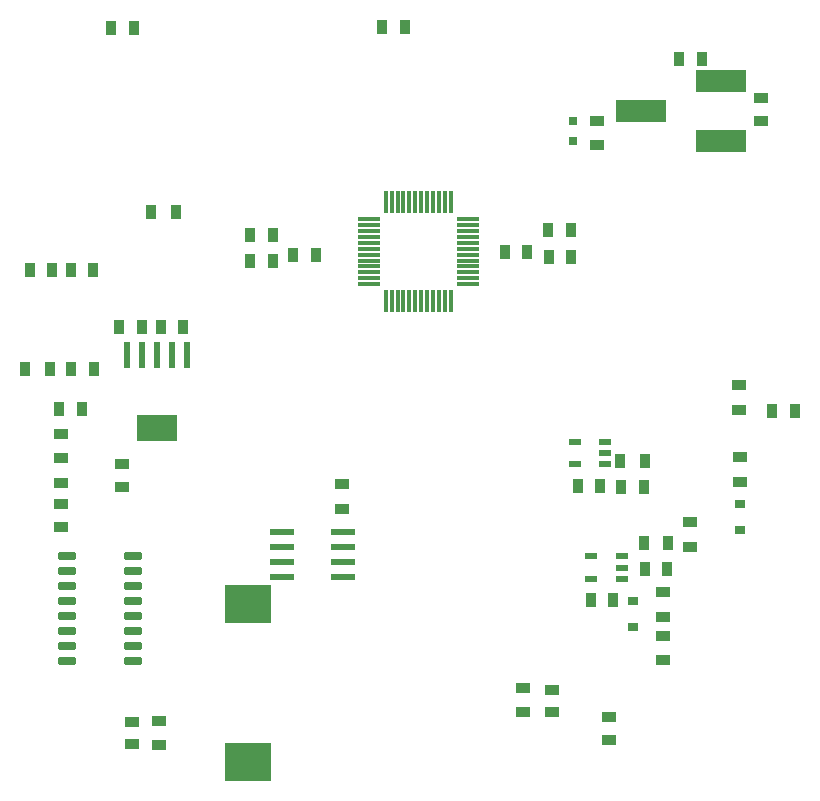
<source format=gtp>
G04*
G04 #@! TF.GenerationSoftware,Altium Limited,Altium Designer,25.0.2 (28)*
G04*
G04 Layer_Color=8421504*
%FSLAX44Y44*%
%MOMM*%
G71*
G04*
G04 #@! TF.SameCoordinates,3652E9EE-E87F-4F02-B139-E53364EF2805*
G04*
G04*
G04 #@! TF.FilePolarity,Positive*
G04*
G01*
G75*
%ADD17R,1.2000X0.9000*%
%ADD18R,0.9000X1.2000*%
%ADD19R,0.9000X1.3000*%
G04:AMPARAMS|DCode=20|XSize=0.7mm|YSize=1.5mm|CornerRadius=0.063mm|HoleSize=0mm|Usage=FLASHONLY|Rotation=270.000|XOffset=0mm|YOffset=0mm|HoleType=Round|Shape=RoundedRectangle|*
%AMROUNDEDRECTD20*
21,1,0.7000,1.3740,0,0,270.0*
21,1,0.5740,1.5000,0,0,270.0*
1,1,0.1260,-0.6870,-0.2870*
1,1,0.1260,-0.6870,0.2870*
1,1,0.1260,0.6870,0.2870*
1,1,0.1260,0.6870,-0.2870*
%
%ADD20ROUNDEDRECTD20*%
%ADD21R,1.3000X0.9000*%
%ADD22R,4.0000X3.3000*%
%ADD23R,2.1348X0.6249*%
%ADD24R,4.2000X1.9000*%
%ADD25R,0.8000X0.8000*%
%ADD26R,0.3000X1.9000*%
%ADD27R,1.9000X0.3000*%
%ADD28R,1.1000X0.6000*%
%ADD29R,3.5000X2.2000*%
%ADD30R,0.6000X2.2000*%
%ADD31R,0.8300X0.7000*%
D17*
X564000Y112500D02*
D03*
Y133500D02*
D03*
Y170500D02*
D03*
Y149500D02*
D03*
X587000Y208500D02*
D03*
Y229500D02*
D03*
X137000Y40500D02*
D03*
Y61500D02*
D03*
X292000Y261500D02*
D03*
Y240500D02*
D03*
X508000Y548500D02*
D03*
Y569500D02*
D03*
X629000Y284500D02*
D03*
Y263500D02*
D03*
X445000Y68500D02*
D03*
Y89500D02*
D03*
X628000Y345500D02*
D03*
Y324500D02*
D03*
X54000Y283500D02*
D03*
Y304500D02*
D03*
Y262500D02*
D03*
Y283500D02*
D03*
D18*
X547451Y211951D02*
D03*
X568451D02*
D03*
X151500Y492000D02*
D03*
X130500D02*
D03*
X548500Y281000D02*
D03*
X527500D02*
D03*
X23500Y359000D02*
D03*
X44500D02*
D03*
D19*
X567500Y190000D02*
D03*
X548500D02*
D03*
X467000Y454000D02*
D03*
X486000D02*
D03*
X233500Y473000D02*
D03*
X214500D02*
D03*
X547500Y259000D02*
D03*
X528500D02*
D03*
X502500Y164000D02*
D03*
X521500D02*
D03*
X510500Y260000D02*
D03*
X491500D02*
D03*
X326250Y648750D02*
D03*
X345250D02*
D03*
X96500Y648000D02*
D03*
X115500D02*
D03*
X596500Y622000D02*
D03*
X577500D02*
D03*
X430000Y458000D02*
D03*
X449000D02*
D03*
X466500Y477000D02*
D03*
X485500D02*
D03*
X81500Y443000D02*
D03*
X62500D02*
D03*
X27500D02*
D03*
X46500D02*
D03*
X269750Y456000D02*
D03*
X250750D02*
D03*
X233500Y451000D02*
D03*
X214500D02*
D03*
X82000Y359000D02*
D03*
X63000D02*
D03*
X656500Y324000D02*
D03*
X675500D02*
D03*
X103500Y395000D02*
D03*
X122500D02*
D03*
X138500D02*
D03*
X157500D02*
D03*
X71500Y325000D02*
D03*
X52500D02*
D03*
D20*
X59000Y200450D02*
D03*
Y187750D02*
D03*
Y175050D02*
D03*
Y162350D02*
D03*
Y149650D02*
D03*
Y136950D02*
D03*
Y124250D02*
D03*
Y111550D02*
D03*
X115000Y200450D02*
D03*
Y187750D02*
D03*
Y162350D02*
D03*
Y149650D02*
D03*
Y136950D02*
D03*
Y124250D02*
D03*
Y111550D02*
D03*
Y175050D02*
D03*
D21*
X114000Y41500D02*
D03*
Y60500D02*
D03*
X647000Y588500D02*
D03*
Y569500D02*
D03*
X470000Y87500D02*
D03*
Y68500D02*
D03*
X106000Y278500D02*
D03*
Y259500D02*
D03*
X518000Y64500D02*
D03*
Y45500D02*
D03*
X54000Y225500D02*
D03*
Y244500D02*
D03*
D22*
X212330Y160082D02*
D03*
Y26082D02*
D03*
D23*
X241143Y182950D02*
D03*
Y195650D02*
D03*
Y208350D02*
D03*
Y221050D02*
D03*
X292857D02*
D03*
Y208350D02*
D03*
Y195650D02*
D03*
Y182950D02*
D03*
D24*
X545000Y578000D02*
D03*
X613000Y603400D02*
D03*
Y552600D02*
D03*
D25*
X488000Y569500D02*
D03*
Y552500D02*
D03*
D26*
X384052Y500501D02*
D03*
X349052D02*
D03*
X374052D02*
D03*
X359052D02*
D03*
X344052D02*
D03*
X354052D02*
D03*
X369052D02*
D03*
X379052D02*
D03*
X339052D02*
D03*
X364052D02*
D03*
X339052Y416501D02*
D03*
X354052D02*
D03*
X349052D02*
D03*
X359052D02*
D03*
X374052D02*
D03*
X379052D02*
D03*
X369052D02*
D03*
X364052D02*
D03*
X384052D02*
D03*
X344052D02*
D03*
X334052Y500501D02*
D03*
X329052D02*
D03*
X334052Y416501D02*
D03*
X329052D02*
D03*
D27*
X398551Y486001D02*
D03*
Y446001D02*
D03*
Y476001D02*
D03*
Y481001D02*
D03*
Y466001D02*
D03*
Y456001D02*
D03*
Y461001D02*
D03*
Y471001D02*
D03*
Y441001D02*
D03*
Y436001D02*
D03*
X314552Y441001D02*
D03*
Y446001D02*
D03*
Y481001D02*
D03*
Y471001D02*
D03*
Y461001D02*
D03*
Y436001D02*
D03*
Y431001D02*
D03*
Y486001D02*
D03*
Y466001D02*
D03*
Y451001D02*
D03*
Y456001D02*
D03*
Y476001D02*
D03*
X398551Y451001D02*
D03*
Y431001D02*
D03*
D28*
X503000Y200500D02*
D03*
Y181500D02*
D03*
X529000Y200500D02*
D03*
Y191000D02*
D03*
Y181500D02*
D03*
X515000Y278500D02*
D03*
Y288000D02*
D03*
Y297500D02*
D03*
X489000Y278500D02*
D03*
Y297500D02*
D03*
D29*
X135000Y309000D02*
D03*
D30*
X109600Y371000D02*
D03*
X122300D02*
D03*
X135000D02*
D03*
X147700D02*
D03*
X160400D02*
D03*
D31*
X538000Y140850D02*
D03*
Y163150D02*
D03*
X629000Y222850D02*
D03*
Y245150D02*
D03*
M02*

</source>
